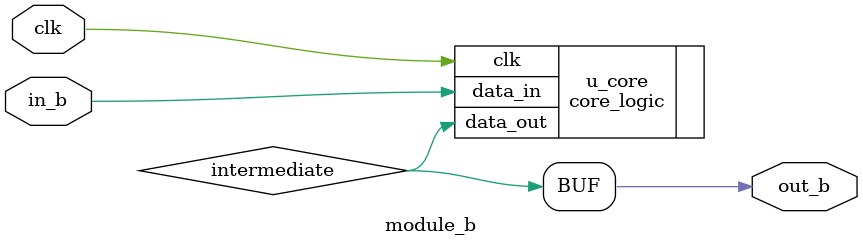
<source format=v>
module module_b (
    input wire clk,
    input wire in_b,
    output wire out_b
);
    wire intermediate;

    core_logic #(.WIDTH(16)) u_core (
        .clk(clk),
        .data_in(in_b),
        .data_out(intermediate)
    );

    assign out_b = intermediate;
endmodule

</source>
